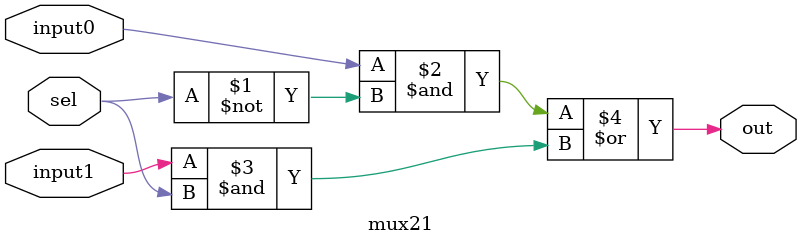
<source format=v>
`timescale 1ns / 1ps

module mux21(
    input input1,
    input input0,
    input sel,
    output out
    );
    
assign out = (input0 & (~sel)) | (input1 & sel);
    
endmodule

</source>
